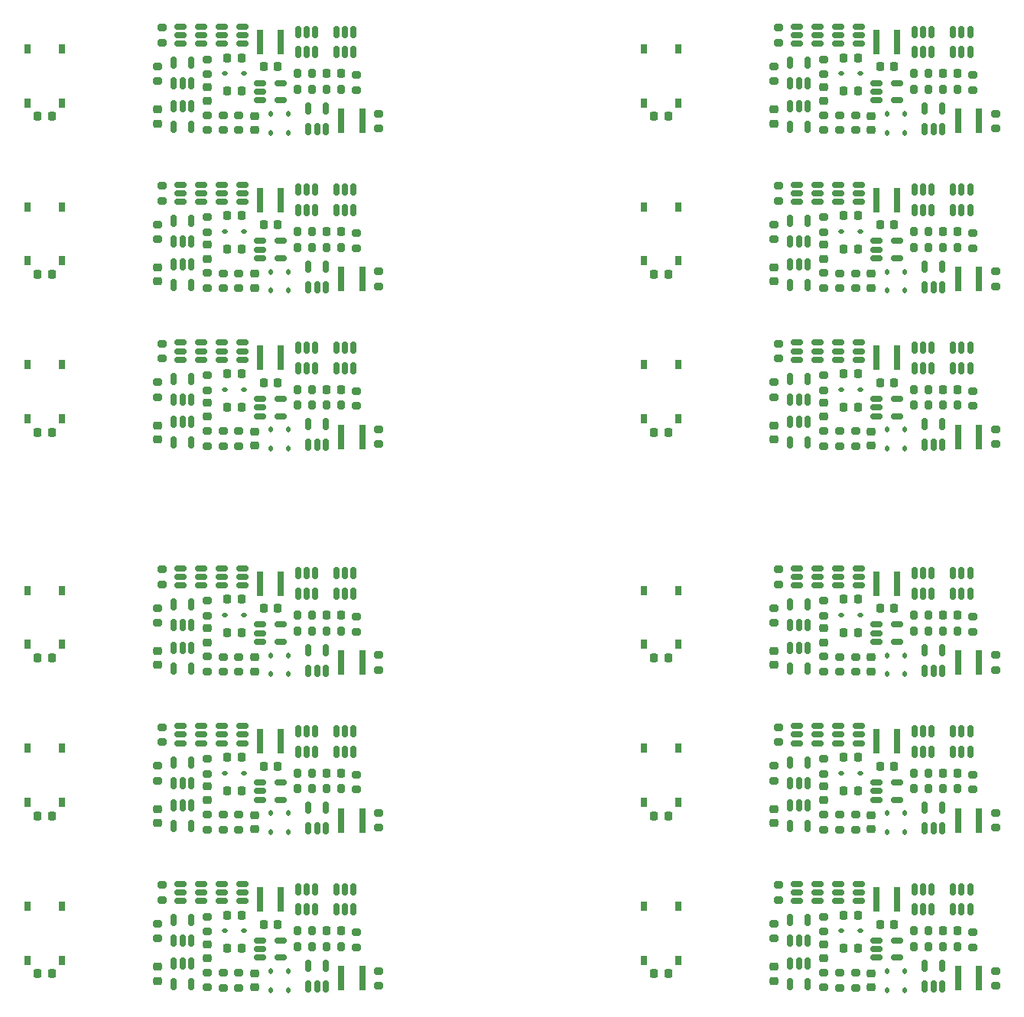
<source format=gtp>
G04 #@! TF.GenerationSoftware,KiCad,Pcbnew,8.0.1*
G04 #@! TF.CreationDate,2025-05-23T10:36:23+02:00*
G04 #@! TF.ProjectId,panel-12,70616e65-6c2d-4313-922e-6b696361645f,F*
G04 #@! TF.SameCoordinates,Original*
G04 #@! TF.FileFunction,Paste,Top*
G04 #@! TF.FilePolarity,Positive*
%FSLAX46Y46*%
G04 Gerber Fmt 4.6, Leading zero omitted, Abs format (unit mm)*
G04 Created by KiCad (PCBNEW 8.0.1) date 2025-05-23 10:36:23*
%MOMM*%
%LPD*%
G01*
G04 APERTURE LIST*
G04 Aperture macros list*
%AMRoundRect*
0 Rectangle with rounded corners*
0 $1 Rounding radius*
0 $2 $3 $4 $5 $6 $7 $8 $9 X,Y pos of 4 corners*
0 Add a 4 corners polygon primitive as box body*
4,1,4,$2,$3,$4,$5,$6,$7,$8,$9,$2,$3,0*
0 Add four circle primitives for the rounded corners*
1,1,$1+$1,$2,$3*
1,1,$1+$1,$4,$5*
1,1,$1+$1,$6,$7*
1,1,$1+$1,$8,$9*
0 Add four rect primitives between the rounded corners*
20,1,$1+$1,$2,$3,$4,$5,0*
20,1,$1+$1,$4,$5,$6,$7,0*
20,1,$1+$1,$6,$7,$8,$9,0*
20,1,$1+$1,$8,$9,$2,$3,0*%
G04 Aperture macros list end*
%ADD10RoundRect,0.225000X-0.225000X-0.250000X0.225000X-0.250000X0.225000X0.250000X-0.225000X0.250000X0*%
%ADD11R,0.800000X2.700000*%
%ADD12RoundRect,0.225000X-0.250000X0.225000X-0.250000X-0.225000X0.250000X-0.225000X0.250000X0.225000X0*%
%ADD13RoundRect,0.150000X0.150000X-0.512500X0.150000X0.512500X-0.150000X0.512500X-0.150000X-0.512500X0*%
%ADD14RoundRect,0.150000X-0.512500X-0.150000X0.512500X-0.150000X0.512500X0.150000X-0.512500X0.150000X0*%
%ADD15RoundRect,0.150000X0.512500X0.150000X-0.512500X0.150000X-0.512500X-0.150000X0.512500X-0.150000X0*%
%ADD16RoundRect,0.200000X0.275000X-0.200000X0.275000X0.200000X-0.275000X0.200000X-0.275000X-0.200000X0*%
%ADD17R,0.750000X1.000000*%
%ADD18RoundRect,0.112500X0.112500X-0.187500X0.112500X0.187500X-0.112500X0.187500X-0.112500X-0.187500X0*%
%ADD19RoundRect,0.225000X0.225000X0.250000X-0.225000X0.250000X-0.225000X-0.250000X0.225000X-0.250000X0*%
%ADD20RoundRect,0.218750X0.218750X0.256250X-0.218750X0.256250X-0.218750X-0.256250X0.218750X-0.256250X0*%
%ADD21RoundRect,0.150000X-0.150000X0.512500X-0.150000X-0.512500X0.150000X-0.512500X0.150000X0.512500X0*%
%ADD22RoundRect,0.112500X-0.112500X0.187500X-0.112500X-0.187500X0.112500X-0.187500X0.112500X0.187500X0*%
%ADD23RoundRect,0.200000X0.200000X0.275000X-0.200000X0.275000X-0.200000X-0.275000X0.200000X-0.275000X0*%
%ADD24RoundRect,0.200000X-0.200000X-0.275000X0.200000X-0.275000X0.200000X0.275000X-0.200000X0.275000X0*%
%ADD25RoundRect,0.112500X-0.187500X-0.112500X0.187500X-0.112500X0.187500X0.112500X-0.187500X0.112500X0*%
%ADD26RoundRect,0.225000X0.250000X-0.225000X0.250000X0.225000X-0.250000X0.225000X-0.250000X-0.225000X0*%
%ADD27RoundRect,0.200000X-0.275000X0.200000X-0.275000X-0.200000X0.275000X-0.200000X0.275000X0.200000X0*%
G04 APERTURE END LIST*
D10*
G04 #@! TO.C,2-C3*
X44225000Y-33700000D03*
X45775000Y-33700000D03*
G04 #@! TD*
D11*
G04 #@! TO.C,0-L1*
X59150000Y-19500000D03*
X56850000Y-19500000D03*
G04 #@! TD*
D12*
G04 #@! TO.C,3-C2*
X104750000Y-35725000D03*
X104750000Y-37275000D03*
G04 #@! TD*
D13*
G04 #@! TO.C,7-U7*
X106550000Y-75337500D03*
X107500000Y-75337500D03*
X108450000Y-75337500D03*
X108450000Y-73062500D03*
X106550000Y-73062500D03*
G04 #@! TD*
G04 #@! TO.C,6-U6*
X53200000Y-80400000D03*
X54150000Y-80400000D03*
X55100000Y-80400000D03*
X55100000Y-78125000D03*
X53200000Y-78125000D03*
G04 #@! TD*
D14*
G04 #@! TO.C,4-U3*
X47862500Y-50300000D03*
X47862500Y-51250000D03*
X47862500Y-52200000D03*
X50137500Y-52200000D03*
X50137500Y-50300000D03*
G04 #@! TD*
D12*
G04 #@! TO.C,9-C2*
X104750000Y-95725000D03*
X104750000Y-97275000D03*
G04 #@! TD*
D15*
G04 #@! TO.C,9-U4*
X114137500Y-88450000D03*
X114137500Y-87500000D03*
X114137500Y-86550000D03*
X111862500Y-86550000D03*
X111862500Y-87500000D03*
X111862500Y-88450000D03*
G04 #@! TD*
D16*
G04 #@! TO.C,5-R2*
X110250000Y-55500000D03*
X110250000Y-53850000D03*
G04 #@! TD*
G04 #@! TO.C,8-R2*
X42000000Y-98000000D03*
X42000000Y-96350000D03*
G04 #@! TD*
D17*
G04 #@! TO.C,3-SW1*
X94125000Y-29000000D03*
X94125000Y-35000000D03*
X90375000Y-29000000D03*
X90375000Y-35000000D03*
G04 #@! TD*
D18*
G04 #@! TO.C,1-D5*
X117250000Y-20800000D03*
X117250000Y-18700000D03*
G04 #@! TD*
D14*
G04 #@! TO.C,2-U3*
X47862500Y-32800000D03*
X47862500Y-33750000D03*
X47862500Y-34700000D03*
X50137500Y-34700000D03*
X50137500Y-32800000D03*
G04 #@! TD*
D16*
G04 #@! TO.C,7-R9*
X110250000Y-74325000D03*
X110250000Y-72675000D03*
G04 #@! TD*
G04 #@! TO.C,4-R7*
X43750000Y-55525000D03*
X43750000Y-53875000D03*
G04 #@! TD*
D19*
G04 #@! TO.C,7-C5*
X118025000Y-73500000D03*
X116475000Y-73500000D03*
G04 #@! TD*
D13*
G04 #@! TO.C,2-U7*
X38300000Y-32837500D03*
X39250000Y-32837500D03*
X40200000Y-32837500D03*
X40200000Y-30562500D03*
X38300000Y-30562500D03*
G04 #@! TD*
D20*
G04 #@! TO.C,4-D2*
X24787500Y-54000000D03*
X23212500Y-54000000D03*
G04 #@! TD*
D11*
G04 #@! TO.C,7-L2*
X118400000Y-70750000D03*
X116100000Y-70750000D03*
G04 #@! TD*
D21*
G04 #@! TO.C,2-U1*
X53950000Y-27112500D03*
X53000000Y-27112500D03*
X52050000Y-27112500D03*
X52050000Y-29387500D03*
X53000000Y-29387500D03*
X53950000Y-29387500D03*
G04 #@! TD*
D11*
G04 #@! TO.C,1-L1*
X127400000Y-19500000D03*
X125100000Y-19500000D03*
G04 #@! TD*
D22*
G04 #@! TO.C,2-D3*
X51000000Y-36200000D03*
X51000000Y-38300000D03*
G04 #@! TD*
D21*
G04 #@! TO.C,5-U1*
X122200000Y-44612500D03*
X121250000Y-44612500D03*
X120300000Y-44612500D03*
X120300000Y-46887500D03*
X121250000Y-46887500D03*
X122200000Y-46887500D03*
G04 #@! TD*
D22*
G04 #@! TO.C,1-D3*
X119250000Y-18700000D03*
X119250000Y-20800000D03*
G04 #@! TD*
D15*
G04 #@! TO.C,5-U4*
X114137500Y-45950000D03*
X114137500Y-45000000D03*
X114137500Y-44050000D03*
X111862500Y-44050000D03*
X111862500Y-45000000D03*
X111862500Y-45950000D03*
G04 #@! TD*
D19*
G04 #@! TO.C,3-C7*
X114025000Y-30000000D03*
X112475000Y-30000000D03*
G04 #@! TD*
D21*
G04 #@! TO.C,11-U2*
X108450000Y-112862500D03*
X107500000Y-112862500D03*
X106550000Y-112862500D03*
X106550000Y-115137500D03*
X108450000Y-115137500D03*
G04 #@! TD*
D23*
G04 #@! TO.C,4-R3*
X53625000Y-51000000D03*
X51975000Y-51000000D03*
G04 #@! TD*
D12*
G04 #@! TO.C,10-C2*
X36500000Y-113225000D03*
X36500000Y-114775000D03*
G04 #@! TD*
D24*
G04 #@! TO.C,10-R4*
X51975000Y-109250000D03*
X53625000Y-109250000D03*
G04 #@! TD*
D21*
G04 #@! TO.C,3-U2*
X108450000Y-35362500D03*
X107500000Y-35362500D03*
X106550000Y-35362500D03*
X106550000Y-37637500D03*
X108450000Y-37637500D03*
G04 #@! TD*
D25*
G04 #@! TO.C,6-D4*
X43950000Y-74250000D03*
X46050000Y-74250000D03*
G04 #@! TD*
D15*
G04 #@! TO.C,6-U5*
X41275000Y-70950000D03*
X41275000Y-70000000D03*
X41275000Y-69050000D03*
X39000000Y-69050000D03*
X39000000Y-70000000D03*
X39000000Y-70950000D03*
G04 #@! TD*
D16*
G04 #@! TO.C,5-R8*
X113750000Y-55525000D03*
X113750000Y-53875000D03*
G04 #@! TD*
D13*
G04 #@! TO.C,11-Q1*
X124550000Y-106887500D03*
X125500000Y-106887500D03*
X126450000Y-106887500D03*
X126450000Y-104612500D03*
X125500000Y-104612500D03*
X124550000Y-104612500D03*
G04 #@! TD*
D26*
G04 #@! TO.C,10-C6*
X42000000Y-112275000D03*
X42000000Y-110725000D03*
G04 #@! TD*
D10*
G04 #@! TO.C,3-C1*
X123475000Y-31750000D03*
X125025000Y-31750000D03*
G04 #@! TD*
D15*
G04 #@! TO.C,7-U5*
X109525000Y-70950000D03*
X109525000Y-70000000D03*
X109525000Y-69050000D03*
X107250000Y-69050000D03*
X107250000Y-70000000D03*
X107250000Y-70950000D03*
G04 #@! TD*
D19*
G04 #@! TO.C,6-C5*
X49775000Y-73500000D03*
X48225000Y-73500000D03*
G04 #@! TD*
D10*
G04 #@! TO.C,7-C3*
X112475000Y-76200000D03*
X114025000Y-76200000D03*
G04 #@! TD*
D22*
G04 #@! TO.C,0-D3*
X51000000Y-18700000D03*
X51000000Y-20800000D03*
G04 #@! TD*
D12*
G04 #@! TO.C,2-C4*
X47250000Y-36425000D03*
X47250000Y-37975000D03*
G04 #@! TD*
D19*
G04 #@! TO.C,1-C7*
X114025000Y-12500000D03*
X112475000Y-12500000D03*
G04 #@! TD*
D26*
G04 #@! TO.C,9-C6*
X110250000Y-94775000D03*
X110250000Y-93225000D03*
G04 #@! TD*
D24*
G04 #@! TO.C,4-R4*
X51975000Y-49250000D03*
X53625000Y-49250000D03*
G04 #@! TD*
G04 #@! TO.C,2-R4*
X51975000Y-31750000D03*
X53625000Y-31750000D03*
G04 #@! TD*
D16*
G04 #@! TO.C,1-R7*
X112000000Y-20525000D03*
X112000000Y-18875000D03*
G04 #@! TD*
G04 #@! TO.C,10-R11*
X58500000Y-111075000D03*
X58500000Y-109425000D03*
G04 #@! TD*
G04 #@! TO.C,10-R8*
X45500000Y-115525000D03*
X45500000Y-113875000D03*
G04 #@! TD*
D11*
G04 #@! TO.C,0-L2*
X50150000Y-10750000D03*
X47850000Y-10750000D03*
G04 #@! TD*
D15*
G04 #@! TO.C,8-U4*
X45887500Y-88450000D03*
X45887500Y-87500000D03*
X45887500Y-86550000D03*
X43612500Y-86550000D03*
X43612500Y-87500000D03*
X43612500Y-88450000D03*
G04 #@! TD*
D23*
G04 #@! TO.C,11-R3*
X121875000Y-111000000D03*
X120225000Y-111000000D03*
G04 #@! TD*
D11*
G04 #@! TO.C,11-L2*
X118400000Y-105750000D03*
X116100000Y-105750000D03*
G04 #@! TD*
G04 #@! TO.C,7-L1*
X127400000Y-79500000D03*
X125100000Y-79500000D03*
G04 #@! TD*
D16*
G04 #@! TO.C,7-R7*
X112000000Y-80525000D03*
X112000000Y-78875000D03*
G04 #@! TD*
G04 #@! TO.C,3-R11*
X126750000Y-33575000D03*
X126750000Y-31925000D03*
G04 #@! TD*
D12*
G04 #@! TO.C,8-C4*
X47250000Y-96425000D03*
X47250000Y-97975000D03*
G04 #@! TD*
D10*
G04 #@! TO.C,10-C3*
X44225000Y-111200000D03*
X45775000Y-111200000D03*
G04 #@! TD*
G04 #@! TO.C,11-C1*
X123475000Y-109250000D03*
X125025000Y-109250000D03*
G04 #@! TD*
G04 #@! TO.C,3-C3*
X112475000Y-33700000D03*
X114025000Y-33700000D03*
G04 #@! TD*
D23*
G04 #@! TO.C,7-R6*
X125075000Y-76000000D03*
X123425000Y-76000000D03*
G04 #@! TD*
D10*
G04 #@! TO.C,0-C1*
X55225000Y-14250000D03*
X56775000Y-14250000D03*
G04 #@! TD*
D19*
G04 #@! TO.C,2-C5*
X49775000Y-31000000D03*
X48225000Y-31000000D03*
G04 #@! TD*
D27*
G04 #@! TO.C,7-R10*
X129250000Y-78675000D03*
X129250000Y-80325000D03*
G04 #@! TD*
D16*
G04 #@! TO.C,9-R11*
X126750000Y-93575000D03*
X126750000Y-91925000D03*
G04 #@! TD*
D24*
G04 #@! TO.C,5-R4*
X120225000Y-49250000D03*
X121875000Y-49250000D03*
G04 #@! TD*
D19*
G04 #@! TO.C,5-C5*
X118025000Y-48500000D03*
X116475000Y-48500000D03*
G04 #@! TD*
D11*
G04 #@! TO.C,6-L2*
X50150000Y-70750000D03*
X47850000Y-70750000D03*
G04 #@! TD*
D16*
G04 #@! TO.C,3-R8*
X113750000Y-38025000D03*
X113750000Y-36375000D03*
G04 #@! TD*
D13*
G04 #@! TO.C,5-U6*
X121450000Y-55400000D03*
X122400000Y-55400000D03*
X123350000Y-55400000D03*
X123350000Y-53125000D03*
X121450000Y-53125000D03*
G04 #@! TD*
D24*
G04 #@! TO.C,11-R4*
X120225000Y-109250000D03*
X121875000Y-109250000D03*
G04 #@! TD*
D19*
G04 #@! TO.C,8-C7*
X45775000Y-90000000D03*
X44225000Y-90000000D03*
G04 #@! TD*
D16*
G04 #@! TO.C,11-R7*
X112000000Y-115525000D03*
X112000000Y-113875000D03*
G04 #@! TD*
D20*
G04 #@! TO.C,11-D2*
X93037500Y-114000000D03*
X91462500Y-114000000D03*
G04 #@! TD*
D13*
G04 #@! TO.C,10-U7*
X38300000Y-110337500D03*
X39250000Y-110337500D03*
X40200000Y-110337500D03*
X40200000Y-108062500D03*
X38300000Y-108062500D03*
G04 #@! TD*
D16*
G04 #@! TO.C,3-R9*
X110250000Y-31825000D03*
X110250000Y-30175000D03*
G04 #@! TD*
D26*
G04 #@! TO.C,2-C6*
X42000000Y-34775000D03*
X42000000Y-33225000D03*
G04 #@! TD*
D16*
G04 #@! TO.C,9-R5*
X105250000Y-88325000D03*
X105250000Y-86675000D03*
G04 #@! TD*
D26*
G04 #@! TO.C,8-C6*
X42000000Y-94775000D03*
X42000000Y-93225000D03*
G04 #@! TD*
D25*
G04 #@! TO.C,7-D4*
X112200000Y-74250000D03*
X114300000Y-74250000D03*
G04 #@! TD*
D19*
G04 #@! TO.C,0-C7*
X45775000Y-12500000D03*
X44225000Y-12500000D03*
G04 #@! TD*
D16*
G04 #@! TO.C,1-R2*
X110250000Y-20500000D03*
X110250000Y-18850000D03*
G04 #@! TD*
G04 #@! TO.C,11-R2*
X110250000Y-115500000D03*
X110250000Y-113850000D03*
G04 #@! TD*
D11*
G04 #@! TO.C,9-L2*
X118400000Y-88250000D03*
X116100000Y-88250000D03*
G04 #@! TD*
D25*
G04 #@! TO.C,3-D4*
X112200000Y-31750000D03*
X114300000Y-31750000D03*
G04 #@! TD*
D16*
G04 #@! TO.C,6-R7*
X43750000Y-80525000D03*
X43750000Y-78875000D03*
G04 #@! TD*
D15*
G04 #@! TO.C,9-U5*
X109525000Y-88450000D03*
X109525000Y-87500000D03*
X109525000Y-86550000D03*
X107250000Y-86550000D03*
X107250000Y-87500000D03*
X107250000Y-88450000D03*
G04 #@! TD*
D11*
G04 #@! TO.C,3-L1*
X127400000Y-37000000D03*
X125100000Y-37000000D03*
G04 #@! TD*
D16*
G04 #@! TO.C,5-R1*
X104750000Y-50100000D03*
X104750000Y-48450000D03*
G04 #@! TD*
G04 #@! TO.C,0-R9*
X42000000Y-14325000D03*
X42000000Y-12675000D03*
G04 #@! TD*
D22*
G04 #@! TO.C,4-D3*
X51000000Y-53700000D03*
X51000000Y-55800000D03*
G04 #@! TD*
D13*
G04 #@! TO.C,0-U7*
X38300000Y-15337500D03*
X39250000Y-15337500D03*
X40200000Y-15337500D03*
X40200000Y-13062500D03*
X38300000Y-13062500D03*
G04 #@! TD*
G04 #@! TO.C,2-Q1*
X56300000Y-29387500D03*
X57250000Y-29387500D03*
X58200000Y-29387500D03*
X58200000Y-27112500D03*
X57250000Y-27112500D03*
X56300000Y-27112500D03*
G04 #@! TD*
D18*
G04 #@! TO.C,4-D5*
X49000000Y-55800000D03*
X49000000Y-53700000D03*
G04 #@! TD*
G04 #@! TO.C,2-D5*
X49000000Y-38300000D03*
X49000000Y-36200000D03*
G04 #@! TD*
D14*
G04 #@! TO.C,0-U3*
X47862500Y-15300000D03*
X47862500Y-16250000D03*
X47862500Y-17200000D03*
X50137500Y-17200000D03*
X50137500Y-15300000D03*
G04 #@! TD*
D16*
G04 #@! TO.C,2-R8*
X45500000Y-38025000D03*
X45500000Y-36375000D03*
G04 #@! TD*
D25*
G04 #@! TO.C,0-D4*
X43950000Y-14250000D03*
X46050000Y-14250000D03*
G04 #@! TD*
D17*
G04 #@! TO.C,10-SW1*
X25875000Y-106500000D03*
X25875000Y-112500000D03*
X22125000Y-106500000D03*
X22125000Y-112500000D03*
G04 #@! TD*
D16*
G04 #@! TO.C,5-R9*
X110250000Y-49325000D03*
X110250000Y-47675000D03*
G04 #@! TD*
G04 #@! TO.C,0-R5*
X37000000Y-10825000D03*
X37000000Y-9175000D03*
G04 #@! TD*
D27*
G04 #@! TO.C,3-R10*
X129250000Y-36175000D03*
X129250000Y-37825000D03*
G04 #@! TD*
D11*
G04 #@! TO.C,5-L2*
X118400000Y-45750000D03*
X116100000Y-45750000D03*
G04 #@! TD*
D13*
G04 #@! TO.C,11-U7*
X106550000Y-110337500D03*
X107500000Y-110337500D03*
X108450000Y-110337500D03*
X108450000Y-108062500D03*
X106550000Y-108062500D03*
G04 #@! TD*
D23*
G04 #@! TO.C,2-R6*
X56825000Y-33500000D03*
X55175000Y-33500000D03*
G04 #@! TD*
D16*
G04 #@! TO.C,0-R11*
X58500000Y-16075000D03*
X58500000Y-14425000D03*
G04 #@! TD*
D19*
G04 #@! TO.C,4-C5*
X49775000Y-48500000D03*
X48225000Y-48500000D03*
G04 #@! TD*
D23*
G04 #@! TO.C,5-R6*
X125075000Y-51000000D03*
X123425000Y-51000000D03*
G04 #@! TD*
D19*
G04 #@! TO.C,5-C7*
X114025000Y-47500000D03*
X112475000Y-47500000D03*
G04 #@! TD*
D22*
G04 #@! TO.C,3-D3*
X119250000Y-36200000D03*
X119250000Y-38300000D03*
G04 #@! TD*
D16*
G04 #@! TO.C,4-R9*
X42000000Y-49325000D03*
X42000000Y-47675000D03*
G04 #@! TD*
D11*
G04 #@! TO.C,4-L1*
X59150000Y-54500000D03*
X56850000Y-54500000D03*
G04 #@! TD*
D16*
G04 #@! TO.C,1-R5*
X105250000Y-10825000D03*
X105250000Y-9175000D03*
G04 #@! TD*
D12*
G04 #@! TO.C,7-C2*
X104750000Y-78225000D03*
X104750000Y-79775000D03*
G04 #@! TD*
D10*
G04 #@! TO.C,5-C1*
X123475000Y-49250000D03*
X125025000Y-49250000D03*
G04 #@! TD*
D21*
G04 #@! TO.C,10-U2*
X40200000Y-112862500D03*
X39250000Y-112862500D03*
X38300000Y-112862500D03*
X38300000Y-115137500D03*
X40200000Y-115137500D03*
G04 #@! TD*
D19*
G04 #@! TO.C,3-C5*
X118025000Y-31000000D03*
X116475000Y-31000000D03*
G04 #@! TD*
D21*
G04 #@! TO.C,1-U1*
X122200000Y-9612500D03*
X121250000Y-9612500D03*
X120300000Y-9612500D03*
X120300000Y-11887500D03*
X121250000Y-11887500D03*
X122200000Y-11887500D03*
G04 #@! TD*
D24*
G04 #@! TO.C,9-R4*
X120225000Y-91750000D03*
X121875000Y-91750000D03*
G04 #@! TD*
D23*
G04 #@! TO.C,9-R3*
X121875000Y-93500000D03*
X120225000Y-93500000D03*
G04 #@! TD*
D21*
G04 #@! TO.C,4-U1*
X53950000Y-44612500D03*
X53000000Y-44612500D03*
X52050000Y-44612500D03*
X52050000Y-46887500D03*
X53000000Y-46887500D03*
X53950000Y-46887500D03*
G04 #@! TD*
D16*
G04 #@! TO.C,6-R11*
X58500000Y-76075000D03*
X58500000Y-74425000D03*
G04 #@! TD*
D22*
G04 #@! TO.C,9-D3*
X119250000Y-96200000D03*
X119250000Y-98300000D03*
G04 #@! TD*
D27*
G04 #@! TO.C,4-R10*
X61000000Y-53675000D03*
X61000000Y-55325000D03*
G04 #@! TD*
D15*
G04 #@! TO.C,3-U4*
X114137500Y-28450000D03*
X114137500Y-27500000D03*
X114137500Y-26550000D03*
X111862500Y-26550000D03*
X111862500Y-27500000D03*
X111862500Y-28450000D03*
G04 #@! TD*
D12*
G04 #@! TO.C,0-C2*
X36500000Y-18225000D03*
X36500000Y-19775000D03*
G04 #@! TD*
D14*
G04 #@! TO.C,1-U3*
X116112500Y-15300000D03*
X116112500Y-16250000D03*
X116112500Y-17200000D03*
X118387500Y-17200000D03*
X118387500Y-15300000D03*
G04 #@! TD*
D16*
G04 #@! TO.C,4-R11*
X58500000Y-51075000D03*
X58500000Y-49425000D03*
G04 #@! TD*
D15*
G04 #@! TO.C,10-U4*
X45887500Y-105950000D03*
X45887500Y-105000000D03*
X45887500Y-104050000D03*
X43612500Y-104050000D03*
X43612500Y-105000000D03*
X43612500Y-105950000D03*
G04 #@! TD*
D19*
G04 #@! TO.C,11-C5*
X118025000Y-108500000D03*
X116475000Y-108500000D03*
G04 #@! TD*
D16*
G04 #@! TO.C,9-R1*
X104750000Y-92600000D03*
X104750000Y-90950000D03*
G04 #@! TD*
G04 #@! TO.C,3-R2*
X110250000Y-38000000D03*
X110250000Y-36350000D03*
G04 #@! TD*
D26*
G04 #@! TO.C,1-C6*
X110250000Y-17275000D03*
X110250000Y-15725000D03*
G04 #@! TD*
D10*
G04 #@! TO.C,4-C3*
X44225000Y-51200000D03*
X45775000Y-51200000D03*
G04 #@! TD*
D13*
G04 #@! TO.C,7-U6*
X121450000Y-80400000D03*
X122400000Y-80400000D03*
X123350000Y-80400000D03*
X123350000Y-78125000D03*
X121450000Y-78125000D03*
G04 #@! TD*
D15*
G04 #@! TO.C,2-U5*
X41275000Y-28450000D03*
X41275000Y-27500000D03*
X41275000Y-26550000D03*
X39000000Y-26550000D03*
X39000000Y-27500000D03*
X39000000Y-28450000D03*
G04 #@! TD*
D16*
G04 #@! TO.C,1-R8*
X113750000Y-20525000D03*
X113750000Y-18875000D03*
G04 #@! TD*
D17*
G04 #@! TO.C,11-SW1*
X94125000Y-106500000D03*
X94125000Y-112500000D03*
X90375000Y-106500000D03*
X90375000Y-112500000D03*
G04 #@! TD*
D11*
G04 #@! TO.C,8-L2*
X50150000Y-88250000D03*
X47850000Y-88250000D03*
G04 #@! TD*
D18*
G04 #@! TO.C,5-D5*
X117250000Y-55800000D03*
X117250000Y-53700000D03*
G04 #@! TD*
D16*
G04 #@! TO.C,11-R8*
X113750000Y-115525000D03*
X113750000Y-113875000D03*
G04 #@! TD*
D20*
G04 #@! TO.C,3-D2*
X93037500Y-36500000D03*
X91462500Y-36500000D03*
G04 #@! TD*
D10*
G04 #@! TO.C,5-C3*
X112475000Y-51200000D03*
X114025000Y-51200000D03*
G04 #@! TD*
D23*
G04 #@! TO.C,4-R6*
X56825000Y-51000000D03*
X55175000Y-51000000D03*
G04 #@! TD*
D10*
G04 #@! TO.C,2-C1*
X55225000Y-31750000D03*
X56775000Y-31750000D03*
G04 #@! TD*
D12*
G04 #@! TO.C,4-C2*
X36500000Y-53225000D03*
X36500000Y-54775000D03*
G04 #@! TD*
D17*
G04 #@! TO.C,5-SW1*
X94125000Y-46500000D03*
X94125000Y-52500000D03*
X90375000Y-46500000D03*
X90375000Y-52500000D03*
G04 #@! TD*
D14*
G04 #@! TO.C,8-U3*
X47862500Y-92800000D03*
X47862500Y-93750000D03*
X47862500Y-94700000D03*
X50137500Y-94700000D03*
X50137500Y-92800000D03*
G04 #@! TD*
D19*
G04 #@! TO.C,9-C7*
X114025000Y-90000000D03*
X112475000Y-90000000D03*
G04 #@! TD*
D10*
G04 #@! TO.C,1-C3*
X112475000Y-16200000D03*
X114025000Y-16200000D03*
G04 #@! TD*
D12*
G04 #@! TO.C,0-C4*
X47250000Y-18925000D03*
X47250000Y-20475000D03*
G04 #@! TD*
D16*
G04 #@! TO.C,7-R2*
X110250000Y-80500000D03*
X110250000Y-78850000D03*
G04 #@! TD*
D10*
G04 #@! TO.C,4-C1*
X55225000Y-49250000D03*
X56775000Y-49250000D03*
G04 #@! TD*
D21*
G04 #@! TO.C,10-U1*
X53950000Y-104612500D03*
X53000000Y-104612500D03*
X52050000Y-104612500D03*
X52050000Y-106887500D03*
X53000000Y-106887500D03*
X53950000Y-106887500D03*
G04 #@! TD*
D23*
G04 #@! TO.C,1-R6*
X125075000Y-16000000D03*
X123425000Y-16000000D03*
G04 #@! TD*
D10*
G04 #@! TO.C,10-C1*
X55225000Y-109250000D03*
X56775000Y-109250000D03*
G04 #@! TD*
D15*
G04 #@! TO.C,7-U4*
X114137500Y-70950000D03*
X114137500Y-70000000D03*
X114137500Y-69050000D03*
X111862500Y-69050000D03*
X111862500Y-70000000D03*
X111862500Y-70950000D03*
G04 #@! TD*
D27*
G04 #@! TO.C,11-R10*
X129250000Y-113675000D03*
X129250000Y-115325000D03*
G04 #@! TD*
D16*
G04 #@! TO.C,10-R7*
X43750000Y-115525000D03*
X43750000Y-113875000D03*
G04 #@! TD*
D27*
G04 #@! TO.C,8-R10*
X61000000Y-96175000D03*
X61000000Y-97825000D03*
G04 #@! TD*
D16*
G04 #@! TO.C,4-R8*
X45500000Y-55525000D03*
X45500000Y-53875000D03*
G04 #@! TD*
D11*
G04 #@! TO.C,6-L1*
X59150000Y-79500000D03*
X56850000Y-79500000D03*
G04 #@! TD*
D16*
G04 #@! TO.C,7-R5*
X105250000Y-70825000D03*
X105250000Y-69175000D03*
G04 #@! TD*
D21*
G04 #@! TO.C,1-U2*
X108450000Y-17862500D03*
X107500000Y-17862500D03*
X106550000Y-17862500D03*
X106550000Y-20137500D03*
X108450000Y-20137500D03*
G04 #@! TD*
D13*
G04 #@! TO.C,4-U7*
X38300000Y-50337500D03*
X39250000Y-50337500D03*
X40200000Y-50337500D03*
X40200000Y-48062500D03*
X38300000Y-48062500D03*
G04 #@! TD*
D21*
G04 #@! TO.C,7-U1*
X122200000Y-69612500D03*
X121250000Y-69612500D03*
X120300000Y-69612500D03*
X120300000Y-71887500D03*
X121250000Y-71887500D03*
X122200000Y-71887500D03*
G04 #@! TD*
D18*
G04 #@! TO.C,7-D5*
X117250000Y-80800000D03*
X117250000Y-78700000D03*
G04 #@! TD*
D16*
G04 #@! TO.C,10-R1*
X36500000Y-110100000D03*
X36500000Y-108450000D03*
G04 #@! TD*
G04 #@! TO.C,8-R8*
X45500000Y-98025000D03*
X45500000Y-96375000D03*
G04 #@! TD*
D21*
G04 #@! TO.C,6-U2*
X40200000Y-77862500D03*
X39250000Y-77862500D03*
X38300000Y-77862500D03*
X38300000Y-80137500D03*
X40200000Y-80137500D03*
G04 #@! TD*
D12*
G04 #@! TO.C,6-C2*
X36500000Y-78225000D03*
X36500000Y-79775000D03*
G04 #@! TD*
D16*
G04 #@! TO.C,5-R11*
X126750000Y-51075000D03*
X126750000Y-49425000D03*
G04 #@! TD*
G04 #@! TO.C,8-R9*
X42000000Y-91825000D03*
X42000000Y-90175000D03*
G04 #@! TD*
D12*
G04 #@! TO.C,5-C2*
X104750000Y-53225000D03*
X104750000Y-54775000D03*
G04 #@! TD*
D22*
G04 #@! TO.C,8-D3*
X51000000Y-96200000D03*
X51000000Y-98300000D03*
G04 #@! TD*
D13*
G04 #@! TO.C,6-U7*
X38300000Y-75337500D03*
X39250000Y-75337500D03*
X40200000Y-75337500D03*
X40200000Y-73062500D03*
X38300000Y-73062500D03*
G04 #@! TD*
D15*
G04 #@! TO.C,8-U5*
X41275000Y-88450000D03*
X41275000Y-87500000D03*
X41275000Y-86550000D03*
X39000000Y-86550000D03*
X39000000Y-87500000D03*
X39000000Y-88450000D03*
G04 #@! TD*
G04 #@! TO.C,6-U4*
X45887500Y-70950000D03*
X45887500Y-70000000D03*
X45887500Y-69050000D03*
X43612500Y-69050000D03*
X43612500Y-70000000D03*
X43612500Y-70950000D03*
G04 #@! TD*
D13*
G04 #@! TO.C,3-U7*
X106550000Y-32837500D03*
X107500000Y-32837500D03*
X108450000Y-32837500D03*
X108450000Y-30562500D03*
X106550000Y-30562500D03*
G04 #@! TD*
D20*
G04 #@! TO.C,9-D2*
X93037500Y-96500000D03*
X91462500Y-96500000D03*
G04 #@! TD*
D27*
G04 #@! TO.C,1-R10*
X129250000Y-18675000D03*
X129250000Y-20325000D03*
G04 #@! TD*
D16*
G04 #@! TO.C,11-R1*
X104750000Y-110100000D03*
X104750000Y-108450000D03*
G04 #@! TD*
G04 #@! TO.C,10-R2*
X42000000Y-115500000D03*
X42000000Y-113850000D03*
G04 #@! TD*
D13*
G04 #@! TO.C,10-Q1*
X56300000Y-106887500D03*
X57250000Y-106887500D03*
X58200000Y-106887500D03*
X58200000Y-104612500D03*
X57250000Y-104612500D03*
X56300000Y-104612500D03*
G04 #@! TD*
D20*
G04 #@! TO.C,5-D2*
X93037500Y-54000000D03*
X91462500Y-54000000D03*
G04 #@! TD*
D16*
G04 #@! TO.C,8-R7*
X43750000Y-98025000D03*
X43750000Y-96375000D03*
G04 #@! TD*
G04 #@! TO.C,9-R2*
X110250000Y-98000000D03*
X110250000Y-96350000D03*
G04 #@! TD*
D10*
G04 #@! TO.C,0-C3*
X44225000Y-16200000D03*
X45775000Y-16200000D03*
G04 #@! TD*
D12*
G04 #@! TO.C,9-C4*
X115500000Y-96425000D03*
X115500000Y-97975000D03*
G04 #@! TD*
D13*
G04 #@! TO.C,4-Q1*
X56300000Y-46887500D03*
X57250000Y-46887500D03*
X58200000Y-46887500D03*
X58200000Y-44612500D03*
X57250000Y-44612500D03*
X56300000Y-44612500D03*
G04 #@! TD*
D16*
G04 #@! TO.C,3-R1*
X104750000Y-32600000D03*
X104750000Y-30950000D03*
G04 #@! TD*
D13*
G04 #@! TO.C,1-U7*
X106550000Y-15337500D03*
X107500000Y-15337500D03*
X108450000Y-15337500D03*
X108450000Y-13062500D03*
X106550000Y-13062500D03*
G04 #@! TD*
D19*
G04 #@! TO.C,10-C5*
X49775000Y-108500000D03*
X48225000Y-108500000D03*
G04 #@! TD*
D26*
G04 #@! TO.C,0-C6*
X42000000Y-17275000D03*
X42000000Y-15725000D03*
G04 #@! TD*
D13*
G04 #@! TO.C,2-U6*
X53200000Y-37900000D03*
X54150000Y-37900000D03*
X55100000Y-37900000D03*
X55100000Y-35625000D03*
X53200000Y-35625000D03*
G04 #@! TD*
D18*
G04 #@! TO.C,11-D5*
X117250000Y-115800000D03*
X117250000Y-113700000D03*
G04 #@! TD*
D11*
G04 #@! TO.C,2-L1*
X59150000Y-37000000D03*
X56850000Y-37000000D03*
G04 #@! TD*
D12*
G04 #@! TO.C,5-C4*
X115500000Y-53925000D03*
X115500000Y-55475000D03*
G04 #@! TD*
D15*
G04 #@! TO.C,11-U4*
X114137500Y-105950000D03*
X114137500Y-105000000D03*
X114137500Y-104050000D03*
X111862500Y-104050000D03*
X111862500Y-105000000D03*
X111862500Y-105950000D03*
G04 #@! TD*
D14*
G04 #@! TO.C,3-U3*
X116112500Y-32800000D03*
X116112500Y-33750000D03*
X116112500Y-34700000D03*
X118387500Y-34700000D03*
X118387500Y-32800000D03*
G04 #@! TD*
D18*
G04 #@! TO.C,3-D5*
X117250000Y-38300000D03*
X117250000Y-36200000D03*
G04 #@! TD*
D16*
G04 #@! TO.C,5-R7*
X112000000Y-55525000D03*
X112000000Y-53875000D03*
G04 #@! TD*
D12*
G04 #@! TO.C,4-C4*
X47250000Y-53925000D03*
X47250000Y-55475000D03*
G04 #@! TD*
D25*
G04 #@! TO.C,11-D4*
X112200000Y-109250000D03*
X114300000Y-109250000D03*
G04 #@! TD*
D10*
G04 #@! TO.C,9-C3*
X112475000Y-93700000D03*
X114025000Y-93700000D03*
G04 #@! TD*
D20*
G04 #@! TO.C,8-D2*
X24787500Y-96500000D03*
X23212500Y-96500000D03*
G04 #@! TD*
D23*
G04 #@! TO.C,9-R6*
X125075000Y-93500000D03*
X123425000Y-93500000D03*
G04 #@! TD*
D12*
G04 #@! TO.C,1-C2*
X104750000Y-18225000D03*
X104750000Y-19775000D03*
G04 #@! TD*
D22*
G04 #@! TO.C,5-D3*
X119250000Y-53700000D03*
X119250000Y-55800000D03*
G04 #@! TD*
D15*
G04 #@! TO.C,3-U5*
X109525000Y-28450000D03*
X109525000Y-27500000D03*
X109525000Y-26550000D03*
X107250000Y-26550000D03*
X107250000Y-27500000D03*
X107250000Y-28450000D03*
G04 #@! TD*
D22*
G04 #@! TO.C,11-D3*
X119250000Y-113700000D03*
X119250000Y-115800000D03*
G04 #@! TD*
D23*
G04 #@! TO.C,6-R3*
X53625000Y-76000000D03*
X51975000Y-76000000D03*
G04 #@! TD*
D27*
G04 #@! TO.C,5-R10*
X129250000Y-53675000D03*
X129250000Y-55325000D03*
G04 #@! TD*
D11*
G04 #@! TO.C,8-L1*
X59150000Y-97000000D03*
X56850000Y-97000000D03*
G04 #@! TD*
D15*
G04 #@! TO.C,5-U5*
X109525000Y-45950000D03*
X109525000Y-45000000D03*
X109525000Y-44050000D03*
X107250000Y-44050000D03*
X107250000Y-45000000D03*
X107250000Y-45950000D03*
G04 #@! TD*
D23*
G04 #@! TO.C,11-R6*
X125075000Y-111000000D03*
X123425000Y-111000000D03*
G04 #@! TD*
D10*
G04 #@! TO.C,8-C1*
X55225000Y-91750000D03*
X56775000Y-91750000D03*
G04 #@! TD*
D13*
G04 #@! TO.C,11-U6*
X121450000Y-115400000D03*
X122400000Y-115400000D03*
X123350000Y-115400000D03*
X123350000Y-113125000D03*
X121450000Y-113125000D03*
G04 #@! TD*
D16*
G04 #@! TO.C,6-R2*
X42000000Y-80500000D03*
X42000000Y-78850000D03*
G04 #@! TD*
D12*
G04 #@! TO.C,7-C4*
X115500000Y-78925000D03*
X115500000Y-80475000D03*
G04 #@! TD*
D26*
G04 #@! TO.C,5-C6*
X110250000Y-52275000D03*
X110250000Y-50725000D03*
G04 #@! TD*
D22*
G04 #@! TO.C,6-D3*
X51000000Y-78700000D03*
X51000000Y-80800000D03*
G04 #@! TD*
D16*
G04 #@! TO.C,3-R5*
X105250000Y-28325000D03*
X105250000Y-26675000D03*
G04 #@! TD*
D24*
G04 #@! TO.C,3-R4*
X120225000Y-31750000D03*
X121875000Y-31750000D03*
G04 #@! TD*
D15*
G04 #@! TO.C,4-U4*
X45887500Y-45950000D03*
X45887500Y-45000000D03*
X45887500Y-44050000D03*
X43612500Y-44050000D03*
X43612500Y-45000000D03*
X43612500Y-45950000D03*
G04 #@! TD*
D13*
G04 #@! TO.C,4-U6*
X53200000Y-55400000D03*
X54150000Y-55400000D03*
X55100000Y-55400000D03*
X55100000Y-53125000D03*
X53200000Y-53125000D03*
G04 #@! TD*
D16*
G04 #@! TO.C,0-R2*
X42000000Y-20500000D03*
X42000000Y-18850000D03*
G04 #@! TD*
D13*
G04 #@! TO.C,8-U6*
X53200000Y-97900000D03*
X54150000Y-97900000D03*
X55100000Y-97900000D03*
X55100000Y-95625000D03*
X53200000Y-95625000D03*
G04 #@! TD*
D21*
G04 #@! TO.C,3-U1*
X122200000Y-27112500D03*
X121250000Y-27112500D03*
X120300000Y-27112500D03*
X120300000Y-29387500D03*
X121250000Y-29387500D03*
X122200000Y-29387500D03*
G04 #@! TD*
D13*
G04 #@! TO.C,3-U6*
X121450000Y-37900000D03*
X122400000Y-37900000D03*
X123350000Y-37900000D03*
X123350000Y-35625000D03*
X121450000Y-35625000D03*
G04 #@! TD*
D16*
G04 #@! TO.C,1-R9*
X110250000Y-14325000D03*
X110250000Y-12675000D03*
G04 #@! TD*
D21*
G04 #@! TO.C,8-U1*
X53950000Y-87112500D03*
X53000000Y-87112500D03*
X52050000Y-87112500D03*
X52050000Y-89387500D03*
X53000000Y-89387500D03*
X53950000Y-89387500D03*
G04 #@! TD*
D15*
G04 #@! TO.C,0-U5*
X41275000Y-10950000D03*
X41275000Y-10000000D03*
X41275000Y-9050000D03*
X39000000Y-9050000D03*
X39000000Y-10000000D03*
X39000000Y-10950000D03*
G04 #@! TD*
D14*
G04 #@! TO.C,10-U3*
X47862500Y-110300000D03*
X47862500Y-111250000D03*
X47862500Y-112200000D03*
X50137500Y-112200000D03*
X50137500Y-110300000D03*
G04 #@! TD*
D16*
G04 #@! TO.C,4-R5*
X37000000Y-45825000D03*
X37000000Y-44175000D03*
G04 #@! TD*
D13*
G04 #@! TO.C,10-U6*
X53200000Y-115400000D03*
X54150000Y-115400000D03*
X55100000Y-115400000D03*
X55100000Y-113125000D03*
X53200000Y-113125000D03*
G04 #@! TD*
D27*
G04 #@! TO.C,6-R10*
X61000000Y-78675000D03*
X61000000Y-80325000D03*
G04 #@! TD*
D16*
G04 #@! TO.C,2-R2*
X42000000Y-38000000D03*
X42000000Y-36350000D03*
G04 #@! TD*
D17*
G04 #@! TO.C,0-SW1*
X25875000Y-11500000D03*
X25875000Y-17500000D03*
X22125000Y-11500000D03*
X22125000Y-17500000D03*
G04 #@! TD*
D15*
G04 #@! TO.C,11-U5*
X109525000Y-105950000D03*
X109525000Y-105000000D03*
X109525000Y-104050000D03*
X107250000Y-104050000D03*
X107250000Y-105000000D03*
X107250000Y-105950000D03*
G04 #@! TD*
D11*
G04 #@! TO.C,9-L1*
X127400000Y-97000000D03*
X125100000Y-97000000D03*
G04 #@! TD*
D18*
G04 #@! TO.C,8-D5*
X49000000Y-98300000D03*
X49000000Y-96200000D03*
G04 #@! TD*
G04 #@! TO.C,6-D5*
X49000000Y-80800000D03*
X49000000Y-78700000D03*
G04 #@! TD*
D16*
G04 #@! TO.C,7-R8*
X113750000Y-80525000D03*
X113750000Y-78875000D03*
G04 #@! TD*
D10*
G04 #@! TO.C,6-C3*
X44225000Y-76200000D03*
X45775000Y-76200000D03*
G04 #@! TD*
D14*
G04 #@! TO.C,5-U3*
X116112500Y-50300000D03*
X116112500Y-51250000D03*
X116112500Y-52200000D03*
X118387500Y-52200000D03*
X118387500Y-50300000D03*
G04 #@! TD*
D16*
G04 #@! TO.C,9-R7*
X112000000Y-98025000D03*
X112000000Y-96375000D03*
G04 #@! TD*
D19*
G04 #@! TO.C,8-C5*
X49775000Y-91000000D03*
X48225000Y-91000000D03*
G04 #@! TD*
D16*
G04 #@! TO.C,2-R1*
X36500000Y-32600000D03*
X36500000Y-30950000D03*
G04 #@! TD*
D23*
G04 #@! TO.C,0-R3*
X53625000Y-16000000D03*
X51975000Y-16000000D03*
G04 #@! TD*
D10*
G04 #@! TO.C,9-C1*
X123475000Y-91750000D03*
X125025000Y-91750000D03*
G04 #@! TD*
D25*
G04 #@! TO.C,8-D4*
X43950000Y-91750000D03*
X46050000Y-91750000D03*
G04 #@! TD*
D16*
G04 #@! TO.C,6-R8*
X45500000Y-80525000D03*
X45500000Y-78875000D03*
G04 #@! TD*
G04 #@! TO.C,7-R1*
X104750000Y-75100000D03*
X104750000Y-73450000D03*
G04 #@! TD*
D21*
G04 #@! TO.C,11-U1*
X122200000Y-104612500D03*
X121250000Y-104612500D03*
X120300000Y-104612500D03*
X120300000Y-106887500D03*
X121250000Y-106887500D03*
X122200000Y-106887500D03*
G04 #@! TD*
D11*
G04 #@! TO.C,10-L1*
X59150000Y-114500000D03*
X56850000Y-114500000D03*
G04 #@! TD*
D16*
G04 #@! TO.C,2-R11*
X58500000Y-33575000D03*
X58500000Y-31925000D03*
G04 #@! TD*
D14*
G04 #@! TO.C,9-U3*
X116112500Y-92800000D03*
X116112500Y-93750000D03*
X116112500Y-94700000D03*
X118387500Y-94700000D03*
X118387500Y-92800000D03*
G04 #@! TD*
G04 #@! TO.C,6-U3*
X47862500Y-75300000D03*
X47862500Y-76250000D03*
X47862500Y-77200000D03*
X50137500Y-77200000D03*
X50137500Y-75300000D03*
G04 #@! TD*
D19*
G04 #@! TO.C,6-C7*
X45775000Y-72500000D03*
X44225000Y-72500000D03*
G04 #@! TD*
D16*
G04 #@! TO.C,8-R11*
X58500000Y-93575000D03*
X58500000Y-91925000D03*
G04 #@! TD*
D21*
G04 #@! TO.C,0-U1*
X53950000Y-9612500D03*
X53000000Y-9612500D03*
X52050000Y-9612500D03*
X52050000Y-11887500D03*
X53000000Y-11887500D03*
X53950000Y-11887500D03*
G04 #@! TD*
D27*
G04 #@! TO.C,2-R10*
X61000000Y-36175000D03*
X61000000Y-37825000D03*
G04 #@! TD*
D13*
G04 #@! TO.C,5-U7*
X106550000Y-50337500D03*
X107500000Y-50337500D03*
X108450000Y-50337500D03*
X108450000Y-48062500D03*
X106550000Y-48062500D03*
G04 #@! TD*
D17*
G04 #@! TO.C,4-SW1*
X25875000Y-46500000D03*
X25875000Y-52500000D03*
X22125000Y-46500000D03*
X22125000Y-52500000D03*
G04 #@! TD*
D16*
G04 #@! TO.C,2-R7*
X43750000Y-38025000D03*
X43750000Y-36375000D03*
G04 #@! TD*
D26*
G04 #@! TO.C,7-C6*
X110250000Y-77275000D03*
X110250000Y-75725000D03*
G04 #@! TD*
D11*
G04 #@! TO.C,1-L2*
X118400000Y-10750000D03*
X116100000Y-10750000D03*
G04 #@! TD*
D16*
G04 #@! TO.C,0-R1*
X36500000Y-15100000D03*
X36500000Y-13450000D03*
G04 #@! TD*
D11*
G04 #@! TO.C,5-L1*
X127400000Y-54500000D03*
X125100000Y-54500000D03*
G04 #@! TD*
D17*
G04 #@! TO.C,7-SW1*
X94125000Y-71500000D03*
X94125000Y-77500000D03*
X90375000Y-71500000D03*
X90375000Y-77500000D03*
G04 #@! TD*
D25*
G04 #@! TO.C,10-D4*
X43950000Y-109250000D03*
X46050000Y-109250000D03*
G04 #@! TD*
D24*
G04 #@! TO.C,7-R4*
X120225000Y-74250000D03*
X121875000Y-74250000D03*
G04 #@! TD*
D16*
G04 #@! TO.C,2-R5*
X37000000Y-28325000D03*
X37000000Y-26675000D03*
G04 #@! TD*
D17*
G04 #@! TO.C,8-SW1*
X25875000Y-89000000D03*
X25875000Y-95000000D03*
X22125000Y-89000000D03*
X22125000Y-95000000D03*
G04 #@! TD*
D23*
G04 #@! TO.C,8-R3*
X53625000Y-93500000D03*
X51975000Y-93500000D03*
G04 #@! TD*
D16*
G04 #@! TO.C,6-R5*
X37000000Y-70825000D03*
X37000000Y-69175000D03*
G04 #@! TD*
D19*
G04 #@! TO.C,9-C5*
X118025000Y-91000000D03*
X116475000Y-91000000D03*
G04 #@! TD*
D20*
G04 #@! TO.C,10-D2*
X24787500Y-114000000D03*
X23212500Y-114000000D03*
G04 #@! TD*
D27*
G04 #@! TO.C,0-R10*
X61000000Y-18675000D03*
X61000000Y-20325000D03*
G04 #@! TD*
D21*
G04 #@! TO.C,4-U2*
X40200000Y-52862500D03*
X39250000Y-52862500D03*
X38300000Y-52862500D03*
X38300000Y-55137500D03*
X40200000Y-55137500D03*
G04 #@! TD*
D13*
G04 #@! TO.C,3-Q1*
X124550000Y-29387500D03*
X125500000Y-29387500D03*
X126450000Y-29387500D03*
X126450000Y-27112500D03*
X125500000Y-27112500D03*
X124550000Y-27112500D03*
G04 #@! TD*
D25*
G04 #@! TO.C,2-D4*
X43950000Y-31750000D03*
X46050000Y-31750000D03*
G04 #@! TD*
D23*
G04 #@! TO.C,6-R6*
X56825000Y-76000000D03*
X55175000Y-76000000D03*
G04 #@! TD*
D21*
G04 #@! TO.C,7-U2*
X108450000Y-77862500D03*
X107500000Y-77862500D03*
X106550000Y-77862500D03*
X106550000Y-80137500D03*
X108450000Y-80137500D03*
G04 #@! TD*
G04 #@! TO.C,8-U2*
X40200000Y-95362500D03*
X39250000Y-95362500D03*
X38300000Y-95362500D03*
X38300000Y-97637500D03*
X40200000Y-97637500D03*
G04 #@! TD*
D12*
G04 #@! TO.C,1-C4*
X115500000Y-18925000D03*
X115500000Y-20475000D03*
G04 #@! TD*
D20*
G04 #@! TO.C,1-D2*
X93037500Y-19000000D03*
X91462500Y-19000000D03*
G04 #@! TD*
D24*
G04 #@! TO.C,8-R4*
X51975000Y-91750000D03*
X53625000Y-91750000D03*
G04 #@! TD*
D16*
G04 #@! TO.C,5-R5*
X105250000Y-45825000D03*
X105250000Y-44175000D03*
G04 #@! TD*
D12*
G04 #@! TO.C,8-C2*
X36500000Y-95725000D03*
X36500000Y-97275000D03*
G04 #@! TD*
D16*
G04 #@! TO.C,1-R1*
X104750000Y-15100000D03*
X104750000Y-13450000D03*
G04 #@! TD*
D10*
G04 #@! TO.C,11-C3*
X112475000Y-111200000D03*
X114025000Y-111200000D03*
G04 #@! TD*
D16*
G04 #@! TO.C,6-R9*
X42000000Y-74325000D03*
X42000000Y-72675000D03*
G04 #@! TD*
D21*
G04 #@! TO.C,9-U2*
X108450000Y-95362500D03*
X107500000Y-95362500D03*
X106550000Y-95362500D03*
X106550000Y-97637500D03*
X108450000Y-97637500D03*
G04 #@! TD*
D23*
G04 #@! TO.C,7-R3*
X121875000Y-76000000D03*
X120225000Y-76000000D03*
G04 #@! TD*
D26*
G04 #@! TO.C,4-C6*
X42000000Y-52275000D03*
X42000000Y-50725000D03*
G04 #@! TD*
D13*
G04 #@! TO.C,8-Q1*
X56300000Y-89387500D03*
X57250000Y-89387500D03*
X58200000Y-89387500D03*
X58200000Y-87112500D03*
X57250000Y-87112500D03*
X56300000Y-87112500D03*
G04 #@! TD*
D11*
G04 #@! TO.C,10-L2*
X50150000Y-105750000D03*
X47850000Y-105750000D03*
G04 #@! TD*
D16*
G04 #@! TO.C,4-R1*
X36500000Y-50100000D03*
X36500000Y-48450000D03*
G04 #@! TD*
D23*
G04 #@! TO.C,3-R6*
X125075000Y-33500000D03*
X123425000Y-33500000D03*
G04 #@! TD*
D20*
G04 #@! TO.C,6-D2*
X24787500Y-79000000D03*
X23212500Y-79000000D03*
G04 #@! TD*
D11*
G04 #@! TO.C,2-L2*
X50150000Y-28250000D03*
X47850000Y-28250000D03*
G04 #@! TD*
D19*
G04 #@! TO.C,11-C7*
X114025000Y-107500000D03*
X112475000Y-107500000D03*
G04 #@! TD*
D23*
G04 #@! TO.C,0-R6*
X56825000Y-16000000D03*
X55175000Y-16000000D03*
G04 #@! TD*
D19*
G04 #@! TO.C,10-C7*
X45775000Y-107500000D03*
X44225000Y-107500000D03*
G04 #@! TD*
D25*
G04 #@! TO.C,1-D4*
X112200000Y-14250000D03*
X114300000Y-14250000D03*
G04 #@! TD*
D26*
G04 #@! TO.C,11-C6*
X110250000Y-112275000D03*
X110250000Y-110725000D03*
G04 #@! TD*
D11*
G04 #@! TO.C,11-L1*
X127400000Y-114500000D03*
X125100000Y-114500000D03*
G04 #@! TD*
D21*
G04 #@! TO.C,6-U1*
X53950000Y-69612500D03*
X53000000Y-69612500D03*
X52050000Y-69612500D03*
X52050000Y-71887500D03*
X53000000Y-71887500D03*
X53950000Y-71887500D03*
G04 #@! TD*
D10*
G04 #@! TO.C,7-C1*
X123475000Y-74250000D03*
X125025000Y-74250000D03*
G04 #@! TD*
D20*
G04 #@! TO.C,7-D2*
X93037500Y-79000000D03*
X91462500Y-79000000D03*
G04 #@! TD*
D14*
G04 #@! TO.C,11-U3*
X116112500Y-110300000D03*
X116112500Y-111250000D03*
X116112500Y-112200000D03*
X118387500Y-112200000D03*
X118387500Y-110300000D03*
G04 #@! TD*
D15*
G04 #@! TO.C,1-U5*
X109525000Y-10950000D03*
X109525000Y-10000000D03*
X109525000Y-9050000D03*
X107250000Y-9050000D03*
X107250000Y-10000000D03*
X107250000Y-10950000D03*
G04 #@! TD*
D12*
G04 #@! TO.C,11-C4*
X115500000Y-113925000D03*
X115500000Y-115475000D03*
G04 #@! TD*
D22*
G04 #@! TO.C,10-D3*
X51000000Y-113700000D03*
X51000000Y-115800000D03*
G04 #@! TD*
D11*
G04 #@! TO.C,3-L2*
X118400000Y-28250000D03*
X116100000Y-28250000D03*
G04 #@! TD*
D15*
G04 #@! TO.C,1-U4*
X114137500Y-10950000D03*
X114137500Y-10000000D03*
X114137500Y-9050000D03*
X111862500Y-9050000D03*
X111862500Y-10000000D03*
X111862500Y-10950000D03*
G04 #@! TD*
D23*
G04 #@! TO.C,10-R3*
X53625000Y-111000000D03*
X51975000Y-111000000D03*
G04 #@! TD*
D13*
G04 #@! TO.C,6-Q1*
X56300000Y-71887500D03*
X57250000Y-71887500D03*
X58200000Y-71887500D03*
X58200000Y-69612500D03*
X57250000Y-69612500D03*
X56300000Y-69612500D03*
G04 #@! TD*
G04 #@! TO.C,8-U7*
X38300000Y-92837500D03*
X39250000Y-92837500D03*
X40200000Y-92837500D03*
X40200000Y-90562500D03*
X38300000Y-90562500D03*
G04 #@! TD*
D16*
G04 #@! TO.C,0-R8*
X45500000Y-20525000D03*
X45500000Y-18875000D03*
G04 #@! TD*
D13*
G04 #@! TO.C,0-Q1*
X56300000Y-11887500D03*
X57250000Y-11887500D03*
X58200000Y-11887500D03*
X58200000Y-9612500D03*
X57250000Y-9612500D03*
X56300000Y-9612500D03*
G04 #@! TD*
D17*
G04 #@! TO.C,9-SW1*
X94125000Y-89000000D03*
X94125000Y-95000000D03*
X90375000Y-89000000D03*
X90375000Y-95000000D03*
G04 #@! TD*
D27*
G04 #@! TO.C,10-R10*
X61000000Y-113675000D03*
X61000000Y-115325000D03*
G04 #@! TD*
D19*
G04 #@! TO.C,0-C5*
X49775000Y-13500000D03*
X48225000Y-13500000D03*
G04 #@! TD*
D20*
G04 #@! TO.C,2-D2*
X24787500Y-36500000D03*
X23212500Y-36500000D03*
G04 #@! TD*
D13*
G04 #@! TO.C,1-Q1*
X124550000Y-11887500D03*
X125500000Y-11887500D03*
X126450000Y-11887500D03*
X126450000Y-9612500D03*
X125500000Y-9612500D03*
X124550000Y-9612500D03*
G04 #@! TD*
D21*
G04 #@! TO.C,2-U2*
X40200000Y-35362500D03*
X39250000Y-35362500D03*
X38300000Y-35362500D03*
X38300000Y-37637500D03*
X40200000Y-37637500D03*
G04 #@! TD*
D16*
G04 #@! TO.C,2-R9*
X42000000Y-31825000D03*
X42000000Y-30175000D03*
G04 #@! TD*
D10*
G04 #@! TO.C,8-C3*
X44225000Y-93700000D03*
X45775000Y-93700000D03*
G04 #@! TD*
D18*
G04 #@! TO.C,0-D5*
X49000000Y-20800000D03*
X49000000Y-18700000D03*
G04 #@! TD*
D16*
G04 #@! TO.C,7-R11*
X126750000Y-76075000D03*
X126750000Y-74425000D03*
G04 #@! TD*
G04 #@! TO.C,0-R7*
X43750000Y-20525000D03*
X43750000Y-18875000D03*
G04 #@! TD*
D10*
G04 #@! TO.C,6-C1*
X55225000Y-74250000D03*
X56775000Y-74250000D03*
G04 #@! TD*
D21*
G04 #@! TO.C,5-U2*
X108450000Y-52862500D03*
X107500000Y-52862500D03*
X106550000Y-52862500D03*
X106550000Y-55137500D03*
X108450000Y-55137500D03*
G04 #@! TD*
D16*
G04 #@! TO.C,3-R7*
X112000000Y-38025000D03*
X112000000Y-36375000D03*
G04 #@! TD*
G04 #@! TO.C,8-R1*
X36500000Y-92600000D03*
X36500000Y-90950000D03*
G04 #@! TD*
D12*
G04 #@! TO.C,6-C4*
X47250000Y-78925000D03*
X47250000Y-80475000D03*
G04 #@! TD*
G04 #@! TO.C,2-C2*
X36500000Y-35725000D03*
X36500000Y-37275000D03*
G04 #@! TD*
D19*
G04 #@! TO.C,4-C7*
X45775000Y-47500000D03*
X44225000Y-47500000D03*
G04 #@! TD*
D15*
G04 #@! TO.C,0-U4*
X45887500Y-10950000D03*
X45887500Y-10000000D03*
X45887500Y-9050000D03*
X43612500Y-9050000D03*
X43612500Y-10000000D03*
X43612500Y-10950000D03*
G04 #@! TD*
D26*
G04 #@! TO.C,3-C6*
X110250000Y-34775000D03*
X110250000Y-33225000D03*
G04 #@! TD*
D24*
G04 #@! TO.C,6-R4*
X51975000Y-74250000D03*
X53625000Y-74250000D03*
G04 #@! TD*
D16*
G04 #@! TO.C,6-R1*
X36500000Y-75100000D03*
X36500000Y-73450000D03*
G04 #@! TD*
D13*
G04 #@! TO.C,9-Q1*
X124550000Y-89387500D03*
X125500000Y-89387500D03*
X126450000Y-89387500D03*
X126450000Y-87112500D03*
X125500000Y-87112500D03*
X124550000Y-87112500D03*
G04 #@! TD*
G04 #@! TO.C,7-Q1*
X124550000Y-71887500D03*
X125500000Y-71887500D03*
X126450000Y-71887500D03*
X126450000Y-69612500D03*
X125500000Y-69612500D03*
X124550000Y-69612500D03*
G04 #@! TD*
D26*
G04 #@! TO.C,6-C6*
X42000000Y-77275000D03*
X42000000Y-75725000D03*
G04 #@! TD*
D13*
G04 #@! TO.C,5-Q1*
X124550000Y-46887500D03*
X125500000Y-46887500D03*
X126450000Y-46887500D03*
X126450000Y-44612500D03*
X125500000Y-44612500D03*
X124550000Y-44612500D03*
G04 #@! TD*
G04 #@! TO.C,9-U6*
X121450000Y-97900000D03*
X122400000Y-97900000D03*
X123350000Y-97900000D03*
X123350000Y-95625000D03*
X121450000Y-95625000D03*
G04 #@! TD*
D23*
G04 #@! TO.C,1-R3*
X121875000Y-16000000D03*
X120225000Y-16000000D03*
G04 #@! TD*
G04 #@! TO.C,2-R3*
X53625000Y-33500000D03*
X51975000Y-33500000D03*
G04 #@! TD*
D19*
G04 #@! TO.C,2-C7*
X45775000Y-30000000D03*
X44225000Y-30000000D03*
G04 #@! TD*
D16*
G04 #@! TO.C,10-R5*
X37000000Y-105825000D03*
X37000000Y-104175000D03*
G04 #@! TD*
D20*
G04 #@! TO.C,0-D2*
X24787500Y-19000000D03*
X23212500Y-19000000D03*
G04 #@! TD*
D16*
G04 #@! TO.C,8-R5*
X37000000Y-88325000D03*
X37000000Y-86675000D03*
G04 #@! TD*
D25*
G04 #@! TO.C,5-D4*
X112200000Y-49250000D03*
X114300000Y-49250000D03*
G04 #@! TD*
D16*
G04 #@! TO.C,9-R8*
X113750000Y-98025000D03*
X113750000Y-96375000D03*
G04 #@! TD*
G04 #@! TO.C,11-R11*
X126750000Y-111075000D03*
X126750000Y-109425000D03*
G04 #@! TD*
G04 #@! TO.C,11-R9*
X110250000Y-109325000D03*
X110250000Y-107675000D03*
G04 #@! TD*
G04 #@! TO.C,1-R11*
X126750000Y-16075000D03*
X126750000Y-14425000D03*
G04 #@! TD*
D10*
G04 #@! TO.C,1-C1*
X123475000Y-14250000D03*
X125025000Y-14250000D03*
G04 #@! TD*
D15*
G04 #@! TO.C,4-U5*
X41275000Y-45950000D03*
X41275000Y-45000000D03*
X41275000Y-44050000D03*
X39000000Y-44050000D03*
X39000000Y-45000000D03*
X39000000Y-45950000D03*
G04 #@! TD*
D13*
G04 #@! TO.C,1-U6*
X121450000Y-20400000D03*
X122400000Y-20400000D03*
X123350000Y-20400000D03*
X123350000Y-18125000D03*
X121450000Y-18125000D03*
G04 #@! TD*
D24*
G04 #@! TO.C,0-R4*
X51975000Y-14250000D03*
X53625000Y-14250000D03*
G04 #@! TD*
D21*
G04 #@! TO.C,0-U2*
X40200000Y-17862500D03*
X39250000Y-17862500D03*
X38300000Y-17862500D03*
X38300000Y-20137500D03*
X40200000Y-20137500D03*
G04 #@! TD*
D17*
G04 #@! TO.C,2-SW1*
X25875000Y-29000000D03*
X25875000Y-35000000D03*
X22125000Y-29000000D03*
X22125000Y-35000000D03*
G04 #@! TD*
D14*
G04 #@! TO.C,7-U3*
X116112500Y-75300000D03*
X116112500Y-76250000D03*
X116112500Y-77200000D03*
X118387500Y-77200000D03*
X118387500Y-75300000D03*
G04 #@! TD*
D15*
G04 #@! TO.C,10-U5*
X41275000Y-105950000D03*
X41275000Y-105000000D03*
X41275000Y-104050000D03*
X39000000Y-104050000D03*
X39000000Y-105000000D03*
X39000000Y-105950000D03*
G04 #@! TD*
D11*
G04 #@! TO.C,4-L2*
X50150000Y-45750000D03*
X47850000Y-45750000D03*
G04 #@! TD*
D16*
G04 #@! TO.C,9-R9*
X110250000Y-91825000D03*
X110250000Y-90175000D03*
G04 #@! TD*
D13*
G04 #@! TO.C,9-U7*
X106550000Y-92837500D03*
X107500000Y-92837500D03*
X108450000Y-92837500D03*
X108450000Y-90562500D03*
X106550000Y-90562500D03*
G04 #@! TD*
D21*
G04 #@! TO.C,9-U1*
X122200000Y-87112500D03*
X121250000Y-87112500D03*
X120300000Y-87112500D03*
X120300000Y-89387500D03*
X121250000Y-89387500D03*
X122200000Y-89387500D03*
G04 #@! TD*
D17*
G04 #@! TO.C,1-SW1*
X94125000Y-11500000D03*
X94125000Y-17500000D03*
X90375000Y-11500000D03*
X90375000Y-17500000D03*
G04 #@! TD*
G04 #@! TO.C,6-SW1*
X25875000Y-71500000D03*
X25875000Y-77500000D03*
X22125000Y-71500000D03*
X22125000Y-77500000D03*
G04 #@! TD*
D12*
G04 #@! TO.C,3-C4*
X115500000Y-36425000D03*
X115500000Y-37975000D03*
G04 #@! TD*
D24*
G04 #@! TO.C,1-R4*
X120225000Y-14250000D03*
X121875000Y-14250000D03*
G04 #@! TD*
D25*
G04 #@! TO.C,4-D4*
X43950000Y-49250000D03*
X46050000Y-49250000D03*
G04 #@! TD*
D18*
G04 #@! TO.C,10-D5*
X49000000Y-115800000D03*
X49000000Y-113700000D03*
G04 #@! TD*
D19*
G04 #@! TO.C,7-C7*
X114025000Y-72500000D03*
X112475000Y-72500000D03*
G04 #@! TD*
G04 #@! TO.C,1-C5*
X118025000Y-13500000D03*
X116475000Y-13500000D03*
G04 #@! TD*
D13*
G04 #@! TO.C,0-U6*
X53200000Y-20400000D03*
X54150000Y-20400000D03*
X55100000Y-20400000D03*
X55100000Y-18125000D03*
X53200000Y-18125000D03*
G04 #@! TD*
D16*
G04 #@! TO.C,11-R5*
X105250000Y-105825000D03*
X105250000Y-104175000D03*
G04 #@! TD*
D22*
G04 #@! TO.C,7-D3*
X119250000Y-78700000D03*
X119250000Y-80800000D03*
G04 #@! TD*
D12*
G04 #@! TO.C,10-C4*
X47250000Y-113925000D03*
X47250000Y-115475000D03*
G04 #@! TD*
D16*
G04 #@! TO.C,4-R2*
X42000000Y-55500000D03*
X42000000Y-53850000D03*
G04 #@! TD*
D18*
G04 #@! TO.C,9-D5*
X117250000Y-98300000D03*
X117250000Y-96200000D03*
G04 #@! TD*
D23*
G04 #@! TO.C,10-R6*
X56825000Y-111000000D03*
X55175000Y-111000000D03*
G04 #@! TD*
D16*
G04 #@! TO.C,10-R9*
X42000000Y-109325000D03*
X42000000Y-107675000D03*
G04 #@! TD*
D12*
G04 #@! TO.C,11-C2*
X104750000Y-113225000D03*
X104750000Y-114775000D03*
G04 #@! TD*
D23*
G04 #@! TO.C,5-R3*
X121875000Y-51000000D03*
X120225000Y-51000000D03*
G04 #@! TD*
D15*
G04 #@! TO.C,2-U4*
X45887500Y-28450000D03*
X45887500Y-27500000D03*
X45887500Y-26550000D03*
X43612500Y-26550000D03*
X43612500Y-27500000D03*
X43612500Y-28450000D03*
G04 #@! TD*
D23*
G04 #@! TO.C,8-R6*
X56825000Y-93500000D03*
X55175000Y-93500000D03*
G04 #@! TD*
G04 #@! TO.C,3-R3*
X121875000Y-33500000D03*
X120225000Y-33500000D03*
G04 #@! TD*
D27*
G04 #@! TO.C,9-R10*
X129250000Y-96175000D03*
X129250000Y-97825000D03*
G04 #@! TD*
D25*
G04 #@! TO.C,9-D4*
X112200000Y-91750000D03*
X114300000Y-91750000D03*
G04 #@! TD*
M02*

</source>
